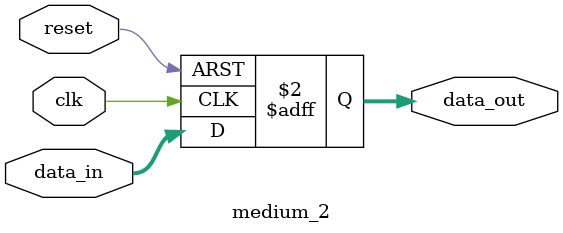
<source format=v>
module medium_2(
    input wire clk,
    input wire reset,
    input wire [7:0] data_in,
    output reg [7:0] data_out
);
always @(posedge clk or posedge reset) begin
    if (reset)
        data_out <= 7'b0;
    else
        data_out <= data_in;
end
endmodule
</source>
